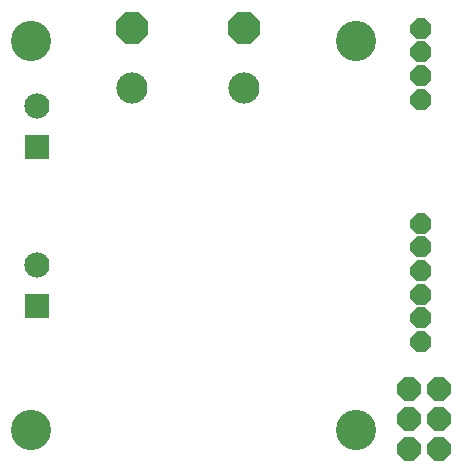
<source format=gbs>
G75*
%MOIN*%
%OFA0B0*%
%FSLAX25Y25*%
%IPPOS*%
%LPD*%
%AMOC8*
5,1,8,0,0,1.08239X$1,22.5*
%
%ADD10C,0.10400*%
%ADD11OC8,0.10400*%
%ADD12OC8,0.07000*%
%ADD13OC8,0.07800*%
%ADD14C,0.13400*%
%ADD15R,0.08400X0.08400*%
%ADD16C,0.08400*%
D10*
X0102746Y0146877D03*
X0140148Y0146877D03*
D11*
X0140148Y0166877D03*
X0102746Y0166877D03*
D12*
X0199203Y0166719D03*
X0199203Y0158845D03*
X0199203Y0150971D03*
X0199203Y0143097D03*
X0199203Y0101759D03*
X0199203Y0093885D03*
X0199203Y0086010D03*
X0199203Y0078136D03*
X0199203Y0070262D03*
X0199203Y0062388D03*
D13*
X0195266Y0046640D03*
X0205266Y0046640D03*
X0205266Y0036640D03*
X0195266Y0036640D03*
X0195266Y0026640D03*
X0205266Y0026640D03*
D14*
X0069282Y0032861D03*
X0177549Y0032861D03*
X0177549Y0162782D03*
X0069282Y0162782D03*
D15*
X0071250Y0127349D03*
X0071250Y0074199D03*
D16*
X0071250Y0087979D03*
X0071250Y0141129D03*
M02*

</source>
